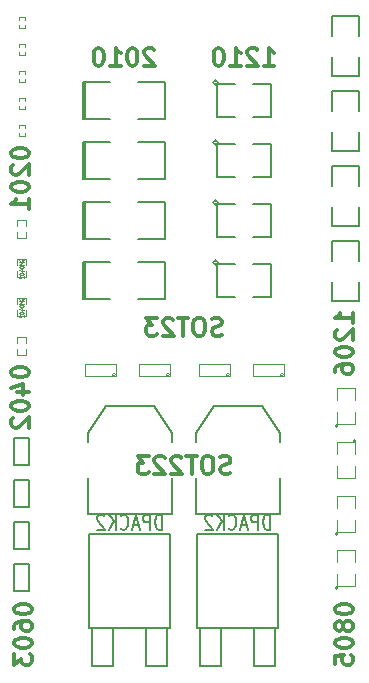
<source format=gbo>
G04 (created by PCBNEW (2013-07-07 BZR 4022)-stable) date 1/28/2014 6:44:28 PM*
%MOIN*%
G04 Gerber Fmt 3.4, Leading zero omitted, Abs format*
%FSLAX34Y34*%
G01*
G70*
G90*
G04 APERTURE LIST*
%ADD10C,0.00590551*%
%ADD11C,0.011811*%
%ADD12C,0.005*%
%ADD13C,0.0031*%
%ADD14C,0.008*%
%ADD15C,0.0028*%
%ADD16C,0.00314961*%
%ADD17C,0.0039*%
%ADD18C,0.0019685*%
G04 APERTURE END LIST*
G54D10*
G54D11*
X82174Y-57439D02*
X82512Y-57439D01*
X82343Y-57439D02*
X82343Y-56848D01*
X82399Y-56932D01*
X82456Y-56989D01*
X82512Y-57017D01*
X81949Y-56904D02*
X81921Y-56876D01*
X81865Y-56848D01*
X81724Y-56848D01*
X81668Y-56876D01*
X81640Y-56904D01*
X81612Y-56960D01*
X81612Y-57017D01*
X81640Y-57101D01*
X81978Y-57439D01*
X81612Y-57439D01*
X81050Y-57439D02*
X81387Y-57439D01*
X81218Y-57439D02*
X81218Y-56848D01*
X81275Y-56932D01*
X81331Y-56989D01*
X81387Y-57017D01*
X80684Y-56848D02*
X80628Y-56848D01*
X80571Y-56876D01*
X80543Y-56904D01*
X80515Y-56960D01*
X80487Y-57073D01*
X80487Y-57214D01*
X80515Y-57326D01*
X80543Y-57382D01*
X80571Y-57410D01*
X80628Y-57439D01*
X80684Y-57439D01*
X80740Y-57410D01*
X80768Y-57382D01*
X80796Y-57326D01*
X80825Y-57214D01*
X80825Y-57073D01*
X80796Y-56960D01*
X80768Y-56904D01*
X80740Y-56876D01*
X80684Y-56848D01*
X78512Y-56904D02*
X78484Y-56876D01*
X78428Y-56848D01*
X78287Y-56848D01*
X78231Y-56876D01*
X78203Y-56904D01*
X78174Y-56960D01*
X78174Y-57017D01*
X78203Y-57101D01*
X78540Y-57439D01*
X78174Y-57439D01*
X77809Y-56848D02*
X77753Y-56848D01*
X77696Y-56876D01*
X77668Y-56904D01*
X77640Y-56960D01*
X77612Y-57073D01*
X77612Y-57214D01*
X77640Y-57326D01*
X77668Y-57382D01*
X77696Y-57410D01*
X77753Y-57439D01*
X77809Y-57439D01*
X77865Y-57410D01*
X77893Y-57382D01*
X77921Y-57326D01*
X77949Y-57214D01*
X77949Y-57073D01*
X77921Y-56960D01*
X77893Y-56904D01*
X77865Y-56876D01*
X77809Y-56848D01*
X77050Y-57439D02*
X77387Y-57439D01*
X77218Y-57439D02*
X77218Y-56848D01*
X77275Y-56932D01*
X77331Y-56989D01*
X77387Y-57017D01*
X76684Y-56848D02*
X76628Y-56848D01*
X76571Y-56876D01*
X76543Y-56904D01*
X76515Y-56960D01*
X76487Y-57073D01*
X76487Y-57214D01*
X76515Y-57326D01*
X76543Y-57382D01*
X76571Y-57410D01*
X76628Y-57439D01*
X76684Y-57439D01*
X76740Y-57410D01*
X76768Y-57382D01*
X76796Y-57326D01*
X76825Y-57214D01*
X76825Y-57073D01*
X76796Y-56960D01*
X76768Y-56904D01*
X76740Y-56876D01*
X76684Y-56848D01*
X85139Y-66025D02*
X85139Y-65687D01*
X85139Y-65856D02*
X84548Y-65856D01*
X84632Y-65800D01*
X84689Y-65743D01*
X84717Y-65687D01*
X84604Y-66250D02*
X84576Y-66278D01*
X84548Y-66334D01*
X84548Y-66475D01*
X84576Y-66531D01*
X84604Y-66559D01*
X84660Y-66587D01*
X84717Y-66587D01*
X84801Y-66559D01*
X85139Y-66221D01*
X85139Y-66587D01*
X84548Y-66953D02*
X84548Y-67009D01*
X84576Y-67065D01*
X84604Y-67093D01*
X84660Y-67121D01*
X84773Y-67149D01*
X84914Y-67149D01*
X85026Y-67121D01*
X85082Y-67093D01*
X85110Y-67065D01*
X85139Y-67009D01*
X85139Y-66953D01*
X85110Y-66896D01*
X85082Y-66868D01*
X85026Y-66840D01*
X84914Y-66812D01*
X84773Y-66812D01*
X84660Y-66840D01*
X84604Y-66868D01*
X84576Y-66896D01*
X84548Y-66953D01*
X84548Y-67656D02*
X84548Y-67543D01*
X84576Y-67487D01*
X84604Y-67459D01*
X84689Y-67403D01*
X84801Y-67374D01*
X85026Y-67374D01*
X85082Y-67403D01*
X85110Y-67431D01*
X85139Y-67487D01*
X85139Y-67599D01*
X85110Y-67656D01*
X85082Y-67684D01*
X85026Y-67712D01*
X84885Y-67712D01*
X84829Y-67684D01*
X84801Y-67656D01*
X84773Y-67599D01*
X84773Y-67487D01*
X84801Y-67431D01*
X84829Y-67403D01*
X84885Y-67374D01*
X84548Y-75528D02*
X84548Y-75584D01*
X84576Y-75640D01*
X84604Y-75668D01*
X84660Y-75696D01*
X84773Y-75725D01*
X84914Y-75725D01*
X85026Y-75696D01*
X85082Y-75668D01*
X85110Y-75640D01*
X85139Y-75584D01*
X85139Y-75528D01*
X85110Y-75471D01*
X85082Y-75443D01*
X85026Y-75415D01*
X84914Y-75387D01*
X84773Y-75387D01*
X84660Y-75415D01*
X84604Y-75443D01*
X84576Y-75471D01*
X84548Y-75528D01*
X84801Y-76062D02*
X84773Y-76006D01*
X84745Y-75978D01*
X84689Y-75950D01*
X84660Y-75950D01*
X84604Y-75978D01*
X84576Y-76006D01*
X84548Y-76062D01*
X84548Y-76175D01*
X84576Y-76231D01*
X84604Y-76259D01*
X84660Y-76287D01*
X84689Y-76287D01*
X84745Y-76259D01*
X84773Y-76231D01*
X84801Y-76175D01*
X84801Y-76062D01*
X84829Y-76006D01*
X84857Y-75978D01*
X84914Y-75950D01*
X85026Y-75950D01*
X85082Y-75978D01*
X85110Y-76006D01*
X85139Y-76062D01*
X85139Y-76175D01*
X85110Y-76231D01*
X85082Y-76259D01*
X85026Y-76287D01*
X84914Y-76287D01*
X84857Y-76259D01*
X84829Y-76231D01*
X84801Y-76175D01*
X84548Y-76653D02*
X84548Y-76709D01*
X84576Y-76765D01*
X84604Y-76793D01*
X84660Y-76821D01*
X84773Y-76849D01*
X84914Y-76849D01*
X85026Y-76821D01*
X85082Y-76793D01*
X85110Y-76765D01*
X85139Y-76709D01*
X85139Y-76653D01*
X85110Y-76596D01*
X85082Y-76568D01*
X85026Y-76540D01*
X84914Y-76512D01*
X84773Y-76512D01*
X84660Y-76540D01*
X84604Y-76568D01*
X84576Y-76596D01*
X84548Y-76653D01*
X84548Y-77384D02*
X84548Y-77103D01*
X84829Y-77074D01*
X84801Y-77103D01*
X84773Y-77159D01*
X84773Y-77299D01*
X84801Y-77356D01*
X84829Y-77384D01*
X84885Y-77412D01*
X85026Y-77412D01*
X85082Y-77384D01*
X85110Y-77356D01*
X85139Y-77299D01*
X85139Y-77159D01*
X85110Y-77103D01*
X85082Y-77074D01*
X81046Y-71010D02*
X80962Y-71039D01*
X80821Y-71039D01*
X80765Y-71010D01*
X80737Y-70982D01*
X80709Y-70926D01*
X80709Y-70870D01*
X80737Y-70814D01*
X80765Y-70785D01*
X80821Y-70757D01*
X80934Y-70729D01*
X80990Y-70701D01*
X81018Y-70673D01*
X81046Y-70617D01*
X81046Y-70560D01*
X81018Y-70504D01*
X80990Y-70476D01*
X80934Y-70448D01*
X80793Y-70448D01*
X80709Y-70476D01*
X80343Y-70448D02*
X80231Y-70448D01*
X80174Y-70476D01*
X80118Y-70532D01*
X80090Y-70645D01*
X80090Y-70842D01*
X80118Y-70954D01*
X80174Y-71010D01*
X80231Y-71039D01*
X80343Y-71039D01*
X80399Y-71010D01*
X80456Y-70954D01*
X80484Y-70842D01*
X80484Y-70645D01*
X80456Y-70532D01*
X80399Y-70476D01*
X80343Y-70448D01*
X79921Y-70448D02*
X79584Y-70448D01*
X79753Y-71039D02*
X79753Y-70448D01*
X79415Y-70504D02*
X79387Y-70476D01*
X79331Y-70448D01*
X79190Y-70448D01*
X79134Y-70476D01*
X79106Y-70504D01*
X79078Y-70560D01*
X79078Y-70617D01*
X79106Y-70701D01*
X79443Y-71039D01*
X79078Y-71039D01*
X78853Y-70504D02*
X78825Y-70476D01*
X78768Y-70448D01*
X78628Y-70448D01*
X78571Y-70476D01*
X78543Y-70504D01*
X78515Y-70560D01*
X78515Y-70617D01*
X78543Y-70701D01*
X78881Y-71039D01*
X78515Y-71039D01*
X78318Y-70448D02*
X77953Y-70448D01*
X78150Y-70673D01*
X78065Y-70673D01*
X78009Y-70701D01*
X77981Y-70729D01*
X77953Y-70785D01*
X77953Y-70926D01*
X77981Y-70982D01*
X78009Y-71010D01*
X78065Y-71039D01*
X78234Y-71039D01*
X78290Y-71010D01*
X78318Y-70982D01*
X80765Y-66410D02*
X80681Y-66439D01*
X80540Y-66439D01*
X80484Y-66410D01*
X80456Y-66382D01*
X80428Y-66326D01*
X80428Y-66270D01*
X80456Y-66214D01*
X80484Y-66185D01*
X80540Y-66157D01*
X80652Y-66129D01*
X80709Y-66101D01*
X80737Y-66073D01*
X80765Y-66017D01*
X80765Y-65960D01*
X80737Y-65904D01*
X80709Y-65876D01*
X80652Y-65848D01*
X80512Y-65848D01*
X80428Y-65876D01*
X80062Y-65848D02*
X79949Y-65848D01*
X79893Y-65876D01*
X79837Y-65932D01*
X79809Y-66045D01*
X79809Y-66242D01*
X79837Y-66354D01*
X79893Y-66410D01*
X79949Y-66439D01*
X80062Y-66439D01*
X80118Y-66410D01*
X80174Y-66354D01*
X80203Y-66242D01*
X80203Y-66045D01*
X80174Y-65932D01*
X80118Y-65876D01*
X80062Y-65848D01*
X79640Y-65848D02*
X79303Y-65848D01*
X79471Y-66439D02*
X79471Y-65848D01*
X79134Y-65904D02*
X79106Y-65876D01*
X79050Y-65848D01*
X78909Y-65848D01*
X78853Y-65876D01*
X78825Y-65904D01*
X78796Y-65960D01*
X78796Y-66017D01*
X78825Y-66101D01*
X79162Y-66439D01*
X78796Y-66439D01*
X78600Y-65848D02*
X78234Y-65848D01*
X78431Y-66073D01*
X78347Y-66073D01*
X78290Y-66101D01*
X78262Y-66129D01*
X78234Y-66185D01*
X78234Y-66326D01*
X78262Y-66382D01*
X78290Y-66410D01*
X78347Y-66439D01*
X78515Y-66439D01*
X78571Y-66410D01*
X78600Y-66382D01*
X73848Y-75528D02*
X73848Y-75584D01*
X73876Y-75640D01*
X73904Y-75668D01*
X73960Y-75696D01*
X74073Y-75725D01*
X74214Y-75725D01*
X74326Y-75696D01*
X74382Y-75668D01*
X74410Y-75640D01*
X74439Y-75584D01*
X74439Y-75528D01*
X74410Y-75471D01*
X74382Y-75443D01*
X74326Y-75415D01*
X74214Y-75387D01*
X74073Y-75387D01*
X73960Y-75415D01*
X73904Y-75443D01*
X73876Y-75471D01*
X73848Y-75528D01*
X73848Y-76231D02*
X73848Y-76118D01*
X73876Y-76062D01*
X73904Y-76034D01*
X73989Y-75978D01*
X74101Y-75950D01*
X74326Y-75950D01*
X74382Y-75978D01*
X74410Y-76006D01*
X74439Y-76062D01*
X74439Y-76175D01*
X74410Y-76231D01*
X74382Y-76259D01*
X74326Y-76287D01*
X74185Y-76287D01*
X74129Y-76259D01*
X74101Y-76231D01*
X74073Y-76175D01*
X74073Y-76062D01*
X74101Y-76006D01*
X74129Y-75978D01*
X74185Y-75950D01*
X73848Y-76653D02*
X73848Y-76709D01*
X73876Y-76765D01*
X73904Y-76793D01*
X73960Y-76821D01*
X74073Y-76849D01*
X74214Y-76849D01*
X74326Y-76821D01*
X74382Y-76793D01*
X74410Y-76765D01*
X74439Y-76709D01*
X74439Y-76653D01*
X74410Y-76596D01*
X74382Y-76568D01*
X74326Y-76540D01*
X74214Y-76512D01*
X74073Y-76512D01*
X73960Y-76540D01*
X73904Y-76568D01*
X73876Y-76596D01*
X73848Y-76653D01*
X73848Y-77046D02*
X73848Y-77412D01*
X74073Y-77215D01*
X74073Y-77299D01*
X74101Y-77356D01*
X74129Y-77384D01*
X74185Y-77412D01*
X74326Y-77412D01*
X74382Y-77384D01*
X74410Y-77356D01*
X74439Y-77299D01*
X74439Y-77131D01*
X74410Y-77074D01*
X74382Y-77046D01*
X73748Y-67628D02*
X73748Y-67684D01*
X73776Y-67740D01*
X73804Y-67768D01*
X73860Y-67796D01*
X73973Y-67825D01*
X74114Y-67825D01*
X74226Y-67796D01*
X74282Y-67768D01*
X74310Y-67740D01*
X74339Y-67684D01*
X74339Y-67628D01*
X74310Y-67571D01*
X74282Y-67543D01*
X74226Y-67515D01*
X74114Y-67487D01*
X73973Y-67487D01*
X73860Y-67515D01*
X73804Y-67543D01*
X73776Y-67571D01*
X73748Y-67628D01*
X73945Y-68331D02*
X74339Y-68331D01*
X73720Y-68190D02*
X74142Y-68050D01*
X74142Y-68415D01*
X73748Y-68753D02*
X73748Y-68809D01*
X73776Y-68865D01*
X73804Y-68893D01*
X73860Y-68921D01*
X73973Y-68949D01*
X74114Y-68949D01*
X74226Y-68921D01*
X74282Y-68893D01*
X74310Y-68865D01*
X74339Y-68809D01*
X74339Y-68753D01*
X74310Y-68696D01*
X74282Y-68668D01*
X74226Y-68640D01*
X74114Y-68612D01*
X73973Y-68612D01*
X73860Y-68640D01*
X73804Y-68668D01*
X73776Y-68696D01*
X73748Y-68753D01*
X73804Y-69174D02*
X73776Y-69203D01*
X73748Y-69259D01*
X73748Y-69399D01*
X73776Y-69456D01*
X73804Y-69484D01*
X73860Y-69512D01*
X73917Y-69512D01*
X74001Y-69484D01*
X74339Y-69146D01*
X74339Y-69512D01*
X73748Y-60328D02*
X73748Y-60384D01*
X73776Y-60440D01*
X73804Y-60468D01*
X73860Y-60496D01*
X73973Y-60525D01*
X74114Y-60525D01*
X74226Y-60496D01*
X74282Y-60468D01*
X74310Y-60440D01*
X74339Y-60384D01*
X74339Y-60328D01*
X74310Y-60271D01*
X74282Y-60243D01*
X74226Y-60215D01*
X74114Y-60187D01*
X73973Y-60187D01*
X73860Y-60215D01*
X73804Y-60243D01*
X73776Y-60271D01*
X73748Y-60328D01*
X73804Y-60750D02*
X73776Y-60778D01*
X73748Y-60834D01*
X73748Y-60975D01*
X73776Y-61031D01*
X73804Y-61059D01*
X73860Y-61087D01*
X73917Y-61087D01*
X74001Y-61059D01*
X74339Y-60721D01*
X74339Y-61087D01*
X73748Y-61453D02*
X73748Y-61509D01*
X73776Y-61565D01*
X73804Y-61593D01*
X73860Y-61621D01*
X73973Y-61649D01*
X74114Y-61649D01*
X74226Y-61621D01*
X74282Y-61593D01*
X74310Y-61565D01*
X74339Y-61509D01*
X74339Y-61453D01*
X74310Y-61396D01*
X74282Y-61368D01*
X74226Y-61340D01*
X74114Y-61312D01*
X73973Y-61312D01*
X73860Y-61340D01*
X73804Y-61368D01*
X73776Y-61396D01*
X73748Y-61453D01*
X74339Y-62212D02*
X74339Y-61874D01*
X74339Y-62043D02*
X73748Y-62043D01*
X73832Y-61987D01*
X73889Y-61931D01*
X73917Y-61874D01*
G54D12*
X77150Y-76200D02*
X77150Y-77450D01*
X77150Y-77450D02*
X76450Y-77450D01*
X76450Y-77450D02*
X76450Y-76200D01*
X78950Y-76200D02*
X78950Y-77450D01*
X78950Y-77450D02*
X78250Y-77450D01*
X78250Y-77450D02*
X78250Y-76200D01*
X76350Y-73800D02*
X76350Y-76200D01*
X76350Y-76200D02*
X79050Y-76200D01*
X79050Y-76200D02*
X79050Y-73100D01*
X79050Y-73050D02*
X76350Y-73050D01*
X76350Y-73100D02*
X76350Y-73800D01*
G54D13*
X77225Y-67738D02*
G75*
G03X77225Y-67738I-62J0D01*
G74*
G01*
X76200Y-67400D02*
X76200Y-67800D01*
X77225Y-67400D02*
X77225Y-67800D01*
X76200Y-67800D02*
X77225Y-67800D01*
X77225Y-67400D02*
X76200Y-67400D01*
G54D14*
X79100Y-71200D02*
X79100Y-72400D01*
X79100Y-72400D02*
X76300Y-72400D01*
X76300Y-72400D02*
X76300Y-71200D01*
X79100Y-70000D02*
X79100Y-69700D01*
X79100Y-69700D02*
X78500Y-68800D01*
X78500Y-68800D02*
X76900Y-68800D01*
X76900Y-68800D02*
X76300Y-69700D01*
X76300Y-69700D02*
X76300Y-70000D01*
G54D15*
X74250Y-63000D02*
X74250Y-63200D01*
X74250Y-63200D02*
X73950Y-63200D01*
X73950Y-63200D02*
X73950Y-63000D01*
X74250Y-62800D02*
X74250Y-62600D01*
X74250Y-62600D02*
X73950Y-62600D01*
X73950Y-62600D02*
X73950Y-62800D01*
G54D16*
X74198Y-55921D02*
X74198Y-55822D01*
X74198Y-55822D02*
X74198Y-55803D01*
X74198Y-55803D02*
X74001Y-55803D01*
X74001Y-55803D02*
X74001Y-55921D01*
X74198Y-56078D02*
X74198Y-56196D01*
X74198Y-56196D02*
X74001Y-56196D01*
X74001Y-56196D02*
X74001Y-56078D01*
G54D17*
X84650Y-73050D02*
G75*
G03X84650Y-73050I-50J0D01*
G74*
G01*
X84600Y-72600D02*
X84600Y-73000D01*
X84600Y-73000D02*
X85200Y-73000D01*
X85200Y-73000D02*
X85200Y-72600D01*
X85200Y-72200D02*
X85200Y-71800D01*
X85200Y-71800D02*
X84600Y-71800D01*
X84600Y-71800D02*
X84600Y-72200D01*
G54D12*
X85350Y-65300D02*
X84450Y-65300D01*
X84450Y-65300D02*
X84450Y-64650D01*
X85350Y-63950D02*
X85350Y-63300D01*
X85350Y-63300D02*
X84450Y-63300D01*
X84450Y-63300D02*
X84450Y-63950D01*
X85350Y-64650D02*
X85350Y-65300D01*
X80620Y-58000D02*
G75*
G03X80620Y-58000I-70J0D01*
G74*
G01*
X81200Y-59150D02*
X80600Y-59150D01*
X80600Y-59150D02*
X80600Y-58050D01*
X80600Y-58050D02*
X81200Y-58050D01*
X81800Y-58050D02*
X82400Y-58050D01*
X82400Y-58050D02*
X82400Y-59150D01*
X82400Y-59150D02*
X81800Y-59150D01*
X80750Y-76200D02*
X80750Y-77450D01*
X80750Y-77450D02*
X80050Y-77450D01*
X80050Y-77450D02*
X80050Y-76200D01*
X82550Y-76200D02*
X82550Y-77450D01*
X82550Y-77450D02*
X81850Y-77450D01*
X81850Y-77450D02*
X81850Y-76200D01*
X79950Y-73800D02*
X79950Y-76200D01*
X79950Y-76200D02*
X82650Y-76200D01*
X82650Y-76200D02*
X82650Y-73100D01*
X82650Y-73050D02*
X79950Y-73050D01*
X79950Y-73100D02*
X79950Y-73800D01*
G54D14*
X82700Y-71200D02*
X82700Y-72400D01*
X82700Y-72400D02*
X79900Y-72400D01*
X79900Y-72400D02*
X79900Y-71200D01*
X82700Y-70000D02*
X82700Y-69700D01*
X82700Y-69700D02*
X82100Y-68800D01*
X82100Y-68800D02*
X80500Y-68800D01*
X80500Y-68800D02*
X79900Y-69700D01*
X79900Y-69700D02*
X79900Y-70000D01*
G54D13*
X79025Y-67738D02*
G75*
G03X79025Y-67738I-62J0D01*
G74*
G01*
X78000Y-67400D02*
X78000Y-67800D01*
X79025Y-67400D02*
X79025Y-67800D01*
X78000Y-67800D02*
X79025Y-67800D01*
X79025Y-67400D02*
X78000Y-67400D01*
X81025Y-67738D02*
G75*
G03X81025Y-67738I-62J0D01*
G74*
G01*
X80000Y-67400D02*
X80000Y-67800D01*
X81025Y-67400D02*
X81025Y-67800D01*
X80000Y-67800D02*
X81025Y-67800D01*
X81025Y-67400D02*
X80000Y-67400D01*
X82825Y-67738D02*
G75*
G03X82825Y-67738I-62J0D01*
G74*
G01*
X81800Y-67400D02*
X81800Y-67800D01*
X82825Y-67400D02*
X82825Y-67800D01*
X81800Y-67800D02*
X82825Y-67800D01*
X82825Y-67400D02*
X81800Y-67400D01*
G54D16*
X74198Y-56821D02*
X74198Y-56722D01*
X74198Y-56722D02*
X74198Y-56703D01*
X74198Y-56703D02*
X74001Y-56703D01*
X74001Y-56703D02*
X74001Y-56821D01*
X74198Y-56978D02*
X74198Y-57096D01*
X74198Y-57096D02*
X74001Y-57096D01*
X74001Y-57096D02*
X74001Y-56978D01*
X74198Y-57721D02*
X74198Y-57622D01*
X74198Y-57622D02*
X74198Y-57603D01*
X74198Y-57603D02*
X74001Y-57603D01*
X74001Y-57603D02*
X74001Y-57721D01*
X74198Y-57878D02*
X74198Y-57996D01*
X74198Y-57996D02*
X74001Y-57996D01*
X74001Y-57996D02*
X74001Y-57878D01*
X74001Y-58778D02*
X74001Y-58877D01*
X74001Y-58877D02*
X74001Y-58896D01*
X74001Y-58896D02*
X74198Y-58896D01*
X74198Y-58896D02*
X74198Y-58778D01*
X74001Y-58621D02*
X74001Y-58503D01*
X74001Y-58503D02*
X74198Y-58503D01*
X74198Y-58503D02*
X74198Y-58621D01*
X74198Y-59521D02*
X74198Y-59422D01*
X74198Y-59422D02*
X74198Y-59403D01*
X74198Y-59403D02*
X74001Y-59403D01*
X74001Y-59403D02*
X74001Y-59521D01*
X74198Y-59678D02*
X74198Y-59796D01*
X74198Y-59796D02*
X74001Y-59796D01*
X74001Y-59796D02*
X74001Y-59678D01*
G54D15*
X73950Y-64100D02*
X73950Y-63900D01*
X73950Y-63900D02*
X74250Y-63900D01*
X74250Y-63900D02*
X74250Y-64100D01*
X73950Y-64300D02*
X73950Y-64500D01*
X73950Y-64500D02*
X74250Y-64500D01*
X74250Y-64500D02*
X74250Y-64300D01*
X73950Y-65400D02*
X73950Y-65200D01*
X73950Y-65200D02*
X74250Y-65200D01*
X74250Y-65200D02*
X74250Y-65400D01*
X73950Y-65600D02*
X73950Y-65800D01*
X73950Y-65800D02*
X74250Y-65800D01*
X74250Y-65800D02*
X74250Y-65600D01*
X73950Y-66700D02*
X73950Y-66500D01*
X73950Y-66500D02*
X74250Y-66500D01*
X74250Y-66500D02*
X74250Y-66700D01*
X73950Y-66900D02*
X73950Y-67100D01*
X73950Y-67100D02*
X74250Y-67100D01*
X74250Y-67100D02*
X74250Y-66900D01*
G54D12*
X74350Y-70750D02*
X74350Y-69850D01*
X74350Y-69850D02*
X73850Y-69850D01*
X73850Y-69850D02*
X73850Y-70750D01*
X73850Y-70750D02*
X74350Y-70750D01*
X73850Y-71250D02*
X73850Y-72150D01*
X73850Y-72150D02*
X74350Y-72150D01*
X74350Y-72150D02*
X74350Y-71250D01*
X74350Y-71250D02*
X73850Y-71250D01*
X73850Y-72650D02*
X73850Y-73550D01*
X73850Y-73550D02*
X74350Y-73550D01*
X74350Y-73550D02*
X74350Y-72650D01*
X74350Y-72650D02*
X73850Y-72650D01*
X74350Y-74950D02*
X74350Y-74050D01*
X74350Y-74050D02*
X73850Y-74050D01*
X73850Y-74050D02*
X73850Y-74950D01*
X73850Y-74950D02*
X74350Y-74950D01*
G54D17*
X84650Y-74850D02*
G75*
G03X84650Y-74850I-50J0D01*
G74*
G01*
X84600Y-74400D02*
X84600Y-74800D01*
X84600Y-74800D02*
X85200Y-74800D01*
X85200Y-74800D02*
X85200Y-74400D01*
X85200Y-74000D02*
X85200Y-73600D01*
X85200Y-73600D02*
X84600Y-73600D01*
X84600Y-73600D02*
X84600Y-74000D01*
X84650Y-69450D02*
G75*
G03X84650Y-69450I-50J0D01*
G74*
G01*
X84600Y-69000D02*
X84600Y-69400D01*
X84600Y-69400D02*
X85200Y-69400D01*
X85200Y-69400D02*
X85200Y-69000D01*
X85200Y-68600D02*
X85200Y-68200D01*
X85200Y-68200D02*
X84600Y-68200D01*
X84600Y-68200D02*
X84600Y-68600D01*
X85250Y-69950D02*
G75*
G03X85250Y-69950I-50J0D01*
G74*
G01*
X85200Y-70400D02*
X85200Y-70000D01*
X85200Y-70000D02*
X84600Y-70000D01*
X84600Y-70000D02*
X84600Y-70400D01*
X84600Y-70800D02*
X84600Y-71200D01*
X84600Y-71200D02*
X85200Y-71200D01*
X85200Y-71200D02*
X85200Y-70800D01*
G54D12*
X85350Y-62800D02*
X84450Y-62800D01*
X84450Y-62800D02*
X84450Y-62150D01*
X85350Y-61450D02*
X85350Y-60800D01*
X85350Y-60800D02*
X84450Y-60800D01*
X84450Y-60800D02*
X84450Y-61450D01*
X85350Y-62150D02*
X85350Y-62800D01*
X85350Y-60300D02*
X84450Y-60300D01*
X84450Y-60300D02*
X84450Y-59650D01*
X85350Y-58950D02*
X85350Y-58300D01*
X85350Y-58300D02*
X84450Y-58300D01*
X84450Y-58300D02*
X84450Y-58950D01*
X85350Y-59650D02*
X85350Y-60300D01*
X85350Y-57800D02*
X84450Y-57800D01*
X84450Y-57800D02*
X84450Y-57150D01*
X85350Y-56450D02*
X85350Y-55800D01*
X85350Y-55800D02*
X84450Y-55800D01*
X84450Y-55800D02*
X84450Y-56450D01*
X85350Y-57150D02*
X85350Y-57800D01*
G54D10*
X76200Y-59229D02*
X76200Y-57970D01*
X78878Y-59230D02*
X78878Y-57970D01*
X76122Y-59229D02*
X76122Y-57970D01*
X77971Y-57968D02*
X78871Y-57968D01*
X78871Y-59232D02*
X77971Y-59232D01*
X77027Y-59229D02*
X76122Y-59229D01*
X76122Y-57970D02*
X77027Y-57970D01*
X76200Y-61229D02*
X76200Y-59970D01*
X78878Y-61230D02*
X78878Y-59970D01*
X76122Y-61229D02*
X76122Y-59970D01*
X77971Y-59968D02*
X78871Y-59968D01*
X78871Y-61232D02*
X77971Y-61232D01*
X77027Y-61229D02*
X76122Y-61229D01*
X76122Y-59970D02*
X77027Y-59970D01*
X76200Y-63229D02*
X76200Y-61970D01*
X78878Y-63230D02*
X78878Y-61970D01*
X76122Y-63229D02*
X76122Y-61970D01*
X77971Y-61968D02*
X78871Y-61968D01*
X78871Y-63232D02*
X77971Y-63232D01*
X77027Y-63229D02*
X76122Y-63229D01*
X76122Y-61970D02*
X77027Y-61970D01*
X76200Y-65229D02*
X76200Y-63970D01*
X78878Y-65230D02*
X78878Y-63970D01*
X76122Y-65229D02*
X76122Y-63970D01*
X77971Y-63968D02*
X78871Y-63968D01*
X78871Y-65232D02*
X77971Y-65232D01*
X77027Y-65229D02*
X76122Y-65229D01*
X76122Y-63970D02*
X77027Y-63970D01*
G54D12*
X80620Y-60000D02*
G75*
G03X80620Y-60000I-70J0D01*
G74*
G01*
X81200Y-61150D02*
X80600Y-61150D01*
X80600Y-61150D02*
X80600Y-60050D01*
X80600Y-60050D02*
X81200Y-60050D01*
X81800Y-60050D02*
X82400Y-60050D01*
X82400Y-60050D02*
X82400Y-61150D01*
X82400Y-61150D02*
X81800Y-61150D01*
X80620Y-62000D02*
G75*
G03X80620Y-62000I-70J0D01*
G74*
G01*
X81200Y-63150D02*
X80600Y-63150D01*
X80600Y-63150D02*
X80600Y-62050D01*
X80600Y-62050D02*
X81200Y-62050D01*
X81800Y-62050D02*
X82400Y-62050D01*
X82400Y-62050D02*
X82400Y-63150D01*
X82400Y-63150D02*
X81800Y-63150D01*
X80620Y-64000D02*
G75*
G03X80620Y-64000I-70J0D01*
G74*
G01*
X81200Y-65150D02*
X80600Y-65150D01*
X80600Y-65150D02*
X80600Y-64050D01*
X80600Y-64050D02*
X81200Y-64050D01*
X81800Y-64050D02*
X82400Y-64050D01*
X82400Y-64050D02*
X82400Y-65150D01*
X82400Y-65150D02*
X81800Y-65150D01*
G54D14*
X78766Y-72902D02*
X78766Y-72402D01*
X78671Y-72402D01*
X78614Y-72426D01*
X78576Y-72473D01*
X78557Y-72521D01*
X78538Y-72616D01*
X78538Y-72688D01*
X78557Y-72783D01*
X78576Y-72830D01*
X78614Y-72878D01*
X78671Y-72902D01*
X78766Y-72902D01*
X78366Y-72902D02*
X78366Y-72402D01*
X78214Y-72402D01*
X78176Y-72426D01*
X78157Y-72450D01*
X78138Y-72497D01*
X78138Y-72569D01*
X78157Y-72616D01*
X78176Y-72640D01*
X78214Y-72664D01*
X78366Y-72664D01*
X77985Y-72759D02*
X77795Y-72759D01*
X78023Y-72902D02*
X77890Y-72402D01*
X77757Y-72902D01*
X77395Y-72854D02*
X77414Y-72878D01*
X77471Y-72902D01*
X77509Y-72902D01*
X77566Y-72878D01*
X77604Y-72830D01*
X77623Y-72783D01*
X77642Y-72688D01*
X77642Y-72616D01*
X77623Y-72521D01*
X77604Y-72473D01*
X77566Y-72426D01*
X77509Y-72402D01*
X77471Y-72402D01*
X77414Y-72426D01*
X77395Y-72450D01*
X77223Y-72902D02*
X77223Y-72402D01*
X76995Y-72902D02*
X77166Y-72616D01*
X76995Y-72402D02*
X77223Y-72688D01*
X76842Y-72450D02*
X76823Y-72426D01*
X76785Y-72402D01*
X76690Y-72402D01*
X76652Y-72426D01*
X76633Y-72450D01*
X76614Y-72497D01*
X76614Y-72545D01*
X76633Y-72616D01*
X76861Y-72902D01*
X76614Y-72902D01*
G54D15*
G54D18*
G54D14*
X82366Y-72902D02*
X82366Y-72402D01*
X82271Y-72402D01*
X82214Y-72426D01*
X82176Y-72473D01*
X82157Y-72521D01*
X82138Y-72616D01*
X82138Y-72688D01*
X82157Y-72783D01*
X82176Y-72830D01*
X82214Y-72878D01*
X82271Y-72902D01*
X82366Y-72902D01*
X81966Y-72902D02*
X81966Y-72402D01*
X81814Y-72402D01*
X81776Y-72426D01*
X81757Y-72450D01*
X81738Y-72497D01*
X81738Y-72569D01*
X81757Y-72616D01*
X81776Y-72640D01*
X81814Y-72664D01*
X81966Y-72664D01*
X81585Y-72759D02*
X81395Y-72759D01*
X81623Y-72902D02*
X81490Y-72402D01*
X81357Y-72902D01*
X80995Y-72854D02*
X81014Y-72878D01*
X81071Y-72902D01*
X81109Y-72902D01*
X81166Y-72878D01*
X81204Y-72830D01*
X81223Y-72783D01*
X81242Y-72688D01*
X81242Y-72616D01*
X81223Y-72521D01*
X81204Y-72473D01*
X81166Y-72426D01*
X81109Y-72402D01*
X81071Y-72402D01*
X81014Y-72426D01*
X80995Y-72450D01*
X80823Y-72902D02*
X80823Y-72402D01*
X80595Y-72902D02*
X80766Y-72616D01*
X80595Y-72402D02*
X80823Y-72688D01*
X80442Y-72450D02*
X80423Y-72426D01*
X80385Y-72402D01*
X80290Y-72402D01*
X80252Y-72426D01*
X80233Y-72450D01*
X80214Y-72497D01*
X80214Y-72545D01*
X80233Y-72616D01*
X80461Y-72902D01*
X80214Y-72902D01*
G54D18*
G54D15*
X74149Y-63868D02*
X74155Y-63885D01*
X74155Y-63914D01*
X74149Y-63925D01*
X74142Y-63931D01*
X74129Y-63937D01*
X74116Y-63937D01*
X74103Y-63931D01*
X74096Y-63925D01*
X74090Y-63914D01*
X74083Y-63891D01*
X74077Y-63880D01*
X74070Y-63874D01*
X74057Y-63868D01*
X74044Y-63868D01*
X74031Y-63874D01*
X74024Y-63880D01*
X74017Y-63891D01*
X74017Y-63920D01*
X74024Y-63937D01*
X74155Y-63988D02*
X74017Y-63988D01*
X74116Y-64028D01*
X74017Y-64068D01*
X74155Y-64068D01*
X74017Y-64148D02*
X74017Y-64160D01*
X74024Y-64171D01*
X74031Y-64177D01*
X74044Y-64182D01*
X74070Y-64188D01*
X74103Y-64188D01*
X74129Y-64182D01*
X74142Y-64177D01*
X74149Y-64171D01*
X74155Y-64160D01*
X74155Y-64148D01*
X74149Y-64137D01*
X74142Y-64131D01*
X74129Y-64125D01*
X74103Y-64120D01*
X74070Y-64120D01*
X74044Y-64125D01*
X74031Y-64131D01*
X74024Y-64137D01*
X74017Y-64148D01*
X74063Y-64291D02*
X74155Y-64291D01*
X74011Y-64262D02*
X74109Y-64234D01*
X74109Y-64308D01*
X74017Y-64377D02*
X74017Y-64388D01*
X74024Y-64400D01*
X74031Y-64405D01*
X74044Y-64411D01*
X74070Y-64417D01*
X74103Y-64417D01*
X74129Y-64411D01*
X74142Y-64405D01*
X74149Y-64400D01*
X74155Y-64388D01*
X74155Y-64377D01*
X74149Y-64365D01*
X74142Y-64360D01*
X74129Y-64354D01*
X74103Y-64348D01*
X74070Y-64348D01*
X74044Y-64354D01*
X74031Y-64360D01*
X74024Y-64365D01*
X74017Y-64377D01*
X74031Y-64462D02*
X74024Y-64468D01*
X74017Y-64480D01*
X74017Y-64508D01*
X74024Y-64520D01*
X74031Y-64525D01*
X74044Y-64531D01*
X74057Y-64531D01*
X74077Y-64525D01*
X74155Y-64457D01*
X74155Y-64531D01*
X74149Y-65168D02*
X74155Y-65185D01*
X74155Y-65214D01*
X74149Y-65225D01*
X74142Y-65231D01*
X74129Y-65237D01*
X74116Y-65237D01*
X74103Y-65231D01*
X74096Y-65225D01*
X74090Y-65214D01*
X74083Y-65191D01*
X74077Y-65180D01*
X74070Y-65174D01*
X74057Y-65168D01*
X74044Y-65168D01*
X74031Y-65174D01*
X74024Y-65180D01*
X74017Y-65191D01*
X74017Y-65220D01*
X74024Y-65237D01*
X74155Y-65288D02*
X74017Y-65288D01*
X74116Y-65328D01*
X74017Y-65368D01*
X74155Y-65368D01*
X74017Y-65448D02*
X74017Y-65460D01*
X74024Y-65471D01*
X74031Y-65477D01*
X74044Y-65482D01*
X74070Y-65488D01*
X74103Y-65488D01*
X74129Y-65482D01*
X74142Y-65477D01*
X74149Y-65471D01*
X74155Y-65460D01*
X74155Y-65448D01*
X74149Y-65437D01*
X74142Y-65431D01*
X74129Y-65425D01*
X74103Y-65420D01*
X74070Y-65420D01*
X74044Y-65425D01*
X74031Y-65431D01*
X74024Y-65437D01*
X74017Y-65448D01*
X74063Y-65591D02*
X74155Y-65591D01*
X74011Y-65562D02*
X74109Y-65534D01*
X74109Y-65608D01*
X74017Y-65677D02*
X74017Y-65688D01*
X74024Y-65700D01*
X74031Y-65705D01*
X74044Y-65711D01*
X74070Y-65717D01*
X74103Y-65717D01*
X74129Y-65711D01*
X74142Y-65705D01*
X74149Y-65700D01*
X74155Y-65688D01*
X74155Y-65677D01*
X74149Y-65665D01*
X74142Y-65660D01*
X74129Y-65654D01*
X74103Y-65648D01*
X74070Y-65648D01*
X74044Y-65654D01*
X74031Y-65660D01*
X74024Y-65665D01*
X74017Y-65677D01*
X74031Y-65762D02*
X74024Y-65768D01*
X74017Y-65780D01*
X74017Y-65808D01*
X74024Y-65820D01*
X74031Y-65825D01*
X74044Y-65831D01*
X74057Y-65831D01*
X74077Y-65825D01*
X74155Y-65757D01*
X74155Y-65831D01*
M02*

</source>
